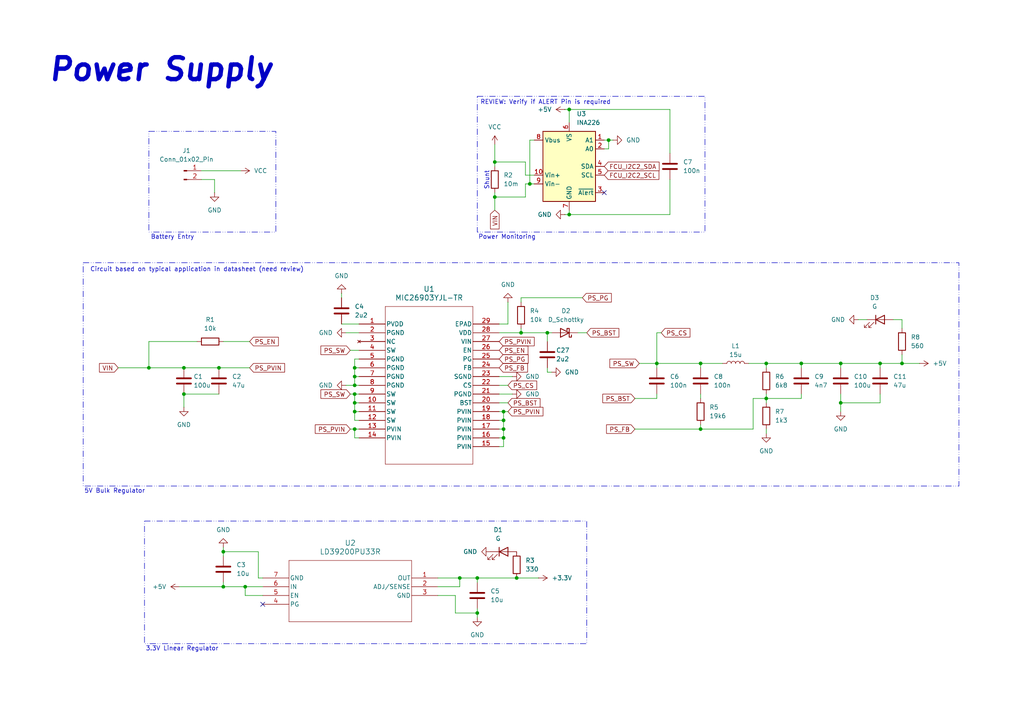
<source format=kicad_sch>
(kicad_sch (version 20250114) (generator "eeschema") (generator_version "9.0")
  (paper "A4")
  (title_block (title "Power Supply") (rev "0.1.2") (company "Breno Soares Alves"))
  (lib_symbols
    (symbol "Aircraft_Components:LD39200PU33R" (pin_names (offset 0.254))
      (property "Reference" "U" (at 25.4 10.16 0))
      (property "Value" "LD39200PU33R" (at 25.4 7.62 0))
      (symbol "LD39200PU33R_0_1"
        (polyline (pts (xy 7.62 5.08) (xy 7.62 -12.7)) (stroke (width 0.127)))
        (polyline (pts (xy 7.62 -12.7) (xy 43.18 -12.7)) (stroke (width 0.127)))
        (polyline (pts (xy 43.18 5.08) (xy 7.62 5.08)) (stroke (width 0.127)))
        (polyline (pts (xy 43.18 -12.7) (xy 43.18 5.08)) (stroke (width 0.127)))
        (pin output line (at 0 0 0) (length 7.62) (name "OUT") (number "1"))
        (pin unspecified line (at 0 -2.54 0) (length 7.62) (name "ADJ/SENSE") (number "2"))
        (pin power_out line (at 0 -5.08 0) (length 7.62) (name "GND") (number "3"))
        (pin power_out line (at 50.8 0 180) (length 7.62) (name "GND") (number "7"))
        (pin power_in line (at 50.8 -2.54 180) (length 7.62) (name "IN") (number "6"))
        (pin unspecified line (at 50.8 -5.08 180) (length 7.62) (name "EN") (number "5"))
        (pin unspecified line (at 50.8 -7.62 180) (length 7.62) (name "PG") (number "4"))
      )
    )
    (symbol "Aircraft_Components:MIC26903YJL-TR" (pin_names (offset 0.254))
      (property "Reference" "U" (at 20.32 10.16 0))
      (property "Value" "MIC26903YJL-TR" (at 20.32 7.62 0))
      (symbol "MIC26903YJL-TR_0_1"
        (polyline (pts (xy 7.62 5.08) (xy 7.62 -40.64)) (stroke (width 0.127)))
        (polyline (pts (xy 7.62 -40.64) (xy 33.02 -40.64)) (stroke (width 0.127)))
        (polyline (pts (xy 33.02 5.08) (xy 7.62 5.08)) (stroke (width 0.127)))
        (polyline (pts (xy 33.02 -40.64) (xy 33.02 5.08)) (stroke (width 0.127)))
        (pin power_in line (at 0 0 0) (length 7.62) (name "PVDD") (number "1"))
        (pin power_in line (at 0 -2.54 0) (length 7.62) (name "PGND") (number "2"))
        (pin no_connect line (at 0 -5.08 0) (length 7.62) (name "NC") (number "3"))
        (pin output line (at 0 -7.62 0) (length 7.62) (name "SW") (number "4"))
        (pin power_in line (at 0 -10.16 0) (length 7.62) (name "PGND") (number "5"))
        (pin power_in line (at 0 -12.7 0) (length 7.62) (name "PGND") (number "6"))
        (pin power_in line (at 0 -15.24 0) (length 7.62) (name "PGND") (number "7"))
        (pin power_in line (at 0 -17.78 0) (length 7.62) (name "PGND") (number "8"))
        (pin output line (at 0 -20.32 0) (length 7.62) (name "SW") (number "9"))
        (pin output line (at 0 -22.86 0) (length 7.62) (name "SW") (number "10"))
        (pin output line (at 0 -25.4 0) (length 7.62) (name "SW") (number "11"))
        (pin output line (at 0 -27.94 0) (length 7.62) (name "SW") (number "12"))
        (pin input line (at 0 -30.48 0) (length 7.62) (name "PVIN") (number "13"))
        (pin input line (at 0 -33.02 0) (length 7.62) (name "PVIN") (number "14"))
        (pin unspecified line (at 40.64 0 180) (length 7.62) (name "EPAD") (number "29"))
        (pin power_in line (at 40.64 -2.54 180) (length 7.62) (name "VDD") (number "28"))
        (pin input line (at 40.64 -5.08 180) (length 7.62) (name "VIN") (number "27"))
        (pin input line (at 40.64 -7.62 180) (length 7.62) (name "EN") (number "26"))
        (pin output line (at 40.64 -10.16 180) (length 7.62) (name "PG") (number "25"))
        (pin input line (at 40.64 -12.7 180) (length 7.62) (name "FB") (number "24"))
        (pin power_in line (at 40.64 -15.24 180) (length 7.62) (name "SGND") (number "23"))
        (pin input line (at 40.64 -17.78 180) (length 7.62) (name "CS") (number "22"))
        (pin power_in line (at 40.64 -20.32 180) (length 7.62) (name "PGND") (number "21"))
        (pin output line (at 40.64 -22.86 180) (length 7.62) (name "BST") (number "20"))
        (pin input line (at 40.64 -25.4 180) (length 7.62) (name "PVIN") (number "19"))
        (pin input line (at 40.64 -27.94 180) (length 7.62) (name "PVIN") (number "18"))
        (pin input line (at 40.64 -30.48 180) (length 7.62) (name "PVIN") (number "17"))
        (pin input line (at 40.64 -33.02 180) (length 7.62) (name "PVIN") (number "16"))
        (pin input line (at 40.64 -35.56 180) (length 7.62) (name "PVIN") (number "15"))
      )
    )
    (symbol "Connector:Conn_01x02_Pin" (pin_names (offset 1.016) (hide yes))
      (property "Reference" "J" (at 0 2.54 0))
      (property "Value" "Conn_01x02_Pin" (at 0 -5.08 0))
      (symbol "Conn_01x02_Pin_1_1"
        (rectangle (start 0.8636 0.127) (end 0 -0.127) (stroke (width 0.1524)) (fill (type outline)))
        (rectangle (start 0.8636 -2.413) (end 0 -2.667) (stroke (width 0.1524)) (fill (type outline)))
        (polyline (pts (xy 1.27 0) (xy 0.8636 0)) (stroke (width 0.1524)))
        (polyline (pts (xy 1.27 -2.54) (xy 0.8636 -2.54)) (stroke (width 0.1524)))
        (pin passive line (at 5.08 0 180) (length 3.81) (name "Pin_1") (number "1"))
        (pin passive line (at 5.08 -2.54 180) (length 3.81) (name "Pin_2") (number "2"))
      )
    )
    (symbol "Device:C" (pin_numbers (hide yes)) (pin_names (offset 0.254))
      (property "Reference" "C" (at 0.635 2.54 0))
      (property "Value" "C" (at 0.635 -2.54 0))
      (symbol "C_0_1"
        (polyline (pts (xy -2.032 0.762) (xy 2.032 0.762)) (stroke (width 0.508)))
        (polyline (pts (xy -2.032 -0.762) (xy 2.032 -0.762)) (stroke (width 0.508)))
      )
      (symbol "C_1_1"
        (pin passive line (at 0 3.81 270) (length 2.794) (name "~") (number "1"))
        (pin passive line (at 0 -3.81 90) (length 2.794) (name "~") (number "2"))
      )
    )
    (symbol "Device:D_Schottky" (pin_numbers (hide yes)) (pin_names (offset 1.016) (hide yes))
      (property "Reference" "D" (at 0 2.54 0))
      (property "Value" "D_Schottky" (at 0 -2.54 0))
      (symbol "D_Schottky_0_1"
        (polyline (pts (xy -1.905 0.635) (xy -1.905 1.27) (xy -1.27 1.27) (xy -1.27 -1.27) (xy -0.635 -1.27) (xy -0.635 -0.635)) (stroke (width 0.254)))
        (polyline (pts (xy 1.27 1.27) (xy 1.27 -1.27) (xy -1.27 0) (xy 1.27 1.27)) (stroke (width 0.254)))
        (polyline (pts (xy 1.27 0) (xy -1.27 0)))
      )
      (symbol "D_Schottky_1_1"
        (pin passive line (at -3.81 0 0) (length 2.54) (name "K") (number "1"))
        (pin passive line (at 3.81 0 180) (length 2.54) (name "A") (number "2"))
      )
    )
    (symbol "Device:L" (pin_numbers (hide yes)) (pin_names (offset 1.016) (hide yes))
      (property "Reference" "L" (at -1.27 0 90))
      (property "Value" "L" (at 1.905 0 90))
      (symbol "L_0_1"
        (arc (start 0 2.54) (mid 0.6323 1.905) (end 0 1.27))
        (arc (start 0 1.27) (mid 0.6323 0.635) (end 0 0))
        (arc (start 0 0) (mid 0.6323 -0.635) (end 0 -1.27))
        (arc (start 0 -1.27) (mid 0.6323 -1.905) (end 0 -2.54))
      )
      (symbol "L_1_1"
        (pin passive line (at 0 3.81 270) (length 1.27) (name "1") (number "1"))
        (pin passive line (at 0 -3.81 90) (length 1.27) (name "2") (number "2"))
      )
    )
    (symbol "Device:LED" (pin_numbers (hide yes)) (pin_names (offset 1.016) (hide yes))
      (property "Reference" "D" (at 0 2.54 0))
      (property "Value" "LED" (at 0 -2.54 0))
      (symbol "LED_0_1"
        (polyline (pts (xy -3.048 -0.762) (xy -4.572 -2.286) (xy -3.81 -2.286) (xy -4.572 -2.286) (xy -4.572 -1.524)))
        (polyline (pts (xy -1.778 -0.762) (xy -3.302 -2.286) (xy -2.54 -2.286) (xy -3.302 -2.286) (xy -3.302 -1.524)))
        (polyline (pts (xy -1.27 0) (xy 1.27 0)))
        (polyline (pts (xy -1.27 -1.27) (xy -1.27 1.27)) (stroke (width 0.254)))
        (polyline (pts (xy 1.27 -1.27) (xy 1.27 1.27) (xy -1.27 0) (xy 1.27 -1.27)) (stroke (width 0.254)))
      )
      (symbol "LED_1_1"
        (pin passive line (at -3.81 0 0) (length 2.54) (name "K") (number "1"))
        (pin passive line (at 3.81 0 180) (length 2.54) (name "A") (number "2"))
      )
    )
    (symbol "Device:R" (pin_numbers (hide yes)) (pin_names (offset 0))
      (property "Reference" "R" (at 2.032 0 90))
      (property "Value" "R" (at 0 0 90))
      (symbol "R_0_1"
        (rectangle (start -1.016 -2.54) (end 1.016 2.54) (stroke (width 0.254)))
      )
      (symbol "R_1_1"
        (pin passive line (at 0 3.81 270) (length 1.27) (name "~") (number "1"))
        (pin passive line (at 0 -3.81 90) (length 1.27) (name "~") (number "2"))
      )
    )
    (symbol "Sensor_Energy:INA226"
      (property "Reference" "U" (at -6.35 11.43 0))
      (property "Value" "INA226" (at 3.81 11.43 0))
      (symbol "INA226_0_1"
        (rectangle (start 7.62 10.16) (end -7.62 -10.16) (stroke (width 0.254)) (fill (type background)))
      )
      (symbol "INA226_1_1"
        (pin input line (at -10.16 7.62 0) (length 2.54) (name "Vbus") (number "8"))
        (pin input line (at -10.16 -2.54 0) (length 2.54) (name "Vin+") (number "10"))
        (pin input line (at -10.16 -5.08 0) (length 2.54) (name "Vin-") (number "9"))
        (pin power_in line (at 0 12.7 270) (length 2.54) (name "VS") (number "6"))
        (pin power_in line (at 0 -12.7 90) (length 2.54) (name "GND") (number "7"))
        (pin input line (at 10.16 7.62 180) (length 2.54) (name "A1") (number "1"))
        (pin input line (at 10.16 5.08 180) (length 2.54) (name "A0") (number "2"))
        (pin bidirectional line (at 10.16 0 180) (length 2.54) (name "SDA") (number "4"))
        (pin input line (at 10.16 -2.54 180) (length 2.54) (name "SCL") (number "5"))
        (pin open_collector line (at 10.16 -7.62 180) (length 2.54) (name "~{Alert}") (number "3"))
      )
    )
    (symbol "power:+3.3V" (power) (pin_numbers (hide yes)) (pin_names (offset 0) (hide yes))
      (property "Value" "+3.3V" (at 0 3.556 0))
      (symbol "+3.3V_0_1"
        (polyline (pts (xy -0.762 1.27) (xy 0 2.54)))
        (polyline (pts (xy 0 2.54) (xy 0.762 1.27)))
        (polyline (pts (xy 0 0) (xy 0 2.54)))
      )
      (symbol "+3.3V_1_1"
        (pin power_in line (at 0 0 90) (length 0) (name "~") (number "1"))
      )
    )
    (symbol "power:+5V" (power) (pin_numbers (hide yes)) (pin_names (offset 0) (hide yes))
      (property "Value" "+5V" (at 0 3.556 0))
      (symbol "+5V_0_1"
        (polyline (pts (xy -0.762 1.27) (xy 0 2.54)))
        (polyline (pts (xy 0 2.54) (xy 0.762 1.27)))
        (polyline (pts (xy 0 0) (xy 0 2.54)))
      )
      (symbol "+5V_1_1"
        (pin power_in line (at 0 0 90) (length 0) (name "~") (number "1"))
      )
    )
    (symbol "power:GND" (power) (pin_numbers (hide yes)) (pin_names (offset 0) (hide yes))
      (property "Value" "GND" (at 0 -3.81 0))
      (symbol "GND_0_1"
        (polyline (pts (xy 0 0) (xy 0 -1.27) (xy 1.27 -1.27) (xy 0 -2.54) (xy -1.27 -1.27) (xy 0 -1.27)))
      )
      (symbol "GND_1_1"
        (pin power_in line (at 0 0 270) (length 0) (name "~") (number "1"))
      )
    )
    (symbol "power:VCC" (power) (pin_numbers (hide yes)) (pin_names (offset 0) (hide yes))
      (property "Value" "VCC" (at 0 3.556 0))
      (symbol "VCC_0_1"
        (polyline (pts (xy -0.762 1.27) (xy 0 2.54)))
        (polyline (pts (xy 0 2.54) (xy 0.762 1.27)))
        (polyline (pts (xy 0 0) (xy 0 2.54)))
      )
      (symbol "VCC_1_1"
        (pin power_in line (at 0 0 90) (length 0) (name "~") (number "1"))
      )
    )
  )
  (rectangle (start 24.13 76.2) (end 278.13 140.97) (stroke (width 0) (type dash_dot_dot)))
  (rectangle (start 138.43 27.94) (end 204.47 67.31) (stroke (width 0) (type dash_dot_dot)))
  (rectangle (start 43.18 38.1) (end 80.01 67.31) (stroke (width 0) (type dash_dot_dot)))
  (rectangle (start 41.91 151.13) (end 170.18 186.69) (stroke (width 0) (type dash_dot_dot)))
  (text "Power Supply" (at 46.736 20.32 0) (effects (font (size 6.35 6.35) (thickness 1.27) (bold yes) (italic yes))))
  (text "Shunt" (at 141.224 52.324 90) (effects (font (size 1.27 1.27))))
  (text "5V Bulk Regulator" (at 33.274 142.494 0) (effects (font (size 1.27 1.27))))
  (text "REVIEW: Verify if ALERT Pin is required" (at 158.242 29.718 0) (effects (font (size 1.27 1.27))))
  (text "Circuit based on typical application in datasheet (need review)" (at 57.15 78.232 0) (effects (font (size 1.27 1.27))))
  (text "Battery Entry" (at 50.038 68.834 0) (effects (font (size 1.27 1.27))))
  (text "3.3V Linear Regulator" (at 52.832 188.214 0) (effects (font (size 1.27 1.27))))
  (text "Power Monitoring" (at 147.066 68.834 0) (effects (font (size 1.27 1.27))))
  (junction (at 151.13 96.52))
  (junction (at 53.34 114.3))
  (junction (at 222.25 115.57))
  (junction (at 243.84 105.41))
  (junction (at 64.77 170.18))
  (junction (at 165.1 31.75))
  (junction (at 203.2 105.41))
  (junction (at 222.25 105.41))
  (junction (at 146.05 127))
  (junction (at 146.05 121.92))
  (junction (at 53.34 106.68))
  (junction (at 153.67 53.34))
  (junction (at 102.87 114.3))
  (junction (at 102.87 119.38))
  (junction (at 63.5 106.68))
  (junction (at 64.77 160.02))
  (junction (at 158.75 96.52))
  (junction (at 43.18 106.68))
  (junction (at 102.87 109.22))
  (junction (at 261.62 105.41))
  (junction (at 138.43 177.8))
  (junction (at 133.35 167.64))
  (junction (at 146.05 119.38))
  (junction (at 190.5 105.41))
  (junction (at 165.1 62.23))
  (junction (at 102.87 124.46))
  (junction (at 143.51 57.15))
  (junction (at 243.84 116.84))
  (junction (at 102.87 111.76))
  (junction (at 102.87 116.84))
  (junction (at 176.53 40.64))
  (junction (at 149.86 167.64))
  (junction (at 71.12 170.18))
  (junction (at 232.41 105.41))
  (junction (at 203.2 124.46))
  (junction (at 255.27 105.41))
  (junction (at 146.05 124.46))
  (junction (at 102.87 106.68))
  (junction (at 138.43 167.64))
  (junction (at 143.51 46.99))
  (no_connect (at 175.26 55.88))
  (no_connect (at 76.2 175.26))
  (wire (pts (xy 151.13 86.36) (xy 168.91 86.36)))
  (wire (pts (xy 176.53 40.64) (xy 177.8 40.64)))
  (wire (pts (xy 127 170.18) (xy 133.35 170.18)))
  (wire (pts (xy 102.87 104.14) (xy 104.14 104.14)))
  (wire (pts (xy 184.15 124.46) (xy 203.2 124.46)))
  (wire (pts (xy 102.87 111.76) (xy 104.14 111.76)))
  (wire (pts (xy 243.84 116.84) (xy 255.27 116.84)))
  (wire (pts (xy 147.32 119.38) (xy 146.05 119.38)))
  (wire (pts (xy 64.77 99.06) (xy 72.39 99.06)))
  (wire (pts (xy 175.26 40.64) (xy 176.53 40.64)))
  (wire (pts (xy 151.13 95.25) (xy 151.13 96.52)))
  (wire (pts (xy 102.87 109.22) (xy 104.14 109.22)))
  (wire (pts (xy 74.93 167.64) (xy 74.93 160.02)))
  (wire (pts (xy 102.87 109.22) (xy 102.87 106.68)))
  (wire (pts (xy 255.27 105.41) (xy 255.27 106.68)))
  (wire (pts (xy 243.84 114.3) (xy 243.84 116.84)))
  (wire (pts (xy 63.5 106.68) (xy 72.39 106.68)))
  (wire (pts (xy 190.5 115.57) (xy 190.5 114.3)))
  (wire (pts (xy 64.77 158.75) (xy 64.77 160.02)))
  (wire (pts (xy 232.41 105.41) (xy 232.41 106.68)))
  (wire (pts (xy 102.87 106.68) (xy 102.87 104.14)))
  (wire (pts (xy 64.77 168.91) (xy 64.77 170.18)))
  (wire (pts (xy 160.02 107.95) (xy 158.75 107.95)))
  (wire (pts (xy 102.87 127) (xy 104.14 127)))
  (wire (pts (xy 101.6 124.46) (xy 102.87 124.46)))
  (wire (pts (xy 144.78 124.46) (xy 146.05 124.46)))
  (wire (pts (xy 76.2 167.64) (xy 74.93 167.64)))
  (wire (pts (xy 138.43 177.8) (xy 138.43 179.07)))
  (wire (pts (xy 163.83 31.75) (xy 165.1 31.75)))
  (wire (pts (xy 53.34 106.68) (xy 43.18 106.68)))
  (wire (pts (xy 53.34 114.3) (xy 53.34 118.11)))
  (wire (pts (xy 222.25 115.57) (xy 222.25 114.3)))
  (wire (pts (xy 261.62 102.87) (xy 261.62 105.41)))
  (wire (pts (xy 146.05 119.38) (xy 144.78 119.38)))
  (wire (pts (xy 176.53 43.18) (xy 175.26 43.18)))
  (wire (pts (xy 203.2 105.41) (xy 209.55 105.41)))
  (wire (pts (xy 194.31 44.45) (xy 194.31 31.75)))
  (wire (pts (xy 127 167.64) (xy 133.35 167.64)))
  (wire (pts (xy 138.43 177.8) (xy 138.43 176.53)))
  (wire (pts (xy 165.1 60.96) (xy 165.1 62.23)))
  (wire (pts (xy 143.51 57.15) (xy 152.4 57.15)))
  (wire (pts (xy 218.44 115.57) (xy 222.25 115.57)))
  (wire (pts (xy 102.87 106.68) (xy 104.14 106.68)))
  (wire (pts (xy 203.2 124.46) (xy 203.2 123.19)))
  (wire (pts (xy 165.1 62.23) (xy 194.31 62.23)))
  (wire (pts (xy 261.62 105.41) (xy 266.7 105.41)))
  (wire (pts (xy 165.1 31.75) (xy 165.1 35.56)))
  (wire (pts (xy 138.43 167.64) (xy 138.43 168.91)))
  (wire (pts (xy 64.77 170.18) (xy 71.12 170.18)))
  (wire (pts (xy 158.75 107.95) (xy 158.75 106.68)))
  (wire (pts (xy 146.05 124.46) (xy 146.05 121.92)))
  (wire (pts (xy 132.08 172.72) (xy 132.08 177.8)))
  (wire (pts (xy 143.51 46.99) (xy 152.4 46.99)))
  (wire (pts (xy 34.29 106.68) (xy 43.18 106.68)))
  (wire (pts (xy 53.34 114.3) (xy 63.5 114.3)))
  (wire (pts (xy 203.2 105.41) (xy 203.2 106.68)))
  (wire (pts (xy 261.62 92.71) (xy 261.62 95.25)))
  (wire (pts (xy 144.78 93.98) (xy 147.32 93.98)))
  (wire (pts (xy 62.23 52.07) (xy 62.23 55.88)))
  (wire (pts (xy 102.87 119.38) (xy 104.14 119.38)))
  (wire (pts (xy 255.27 105.41) (xy 261.62 105.41)))
  (wire (pts (xy 64.77 160.02) (xy 64.77 161.29)))
  (wire (pts (xy 176.53 40.64) (xy 176.53 43.18)))
  (wire (pts (xy 143.51 55.88) (xy 143.51 57.15)))
  (wire (pts (xy 222.25 105.41) (xy 222.25 106.68)))
  (wire (pts (xy 222.25 124.46) (xy 222.25 125.73)))
  (wire (pts (xy 138.43 167.64) (xy 149.86 167.64)))
  (wire (pts (xy 102.87 116.84) (xy 104.14 116.84)))
  (wire (pts (xy 243.84 116.84) (xy 243.84 119.38)))
  (wire (pts (xy 74.93 160.02) (xy 64.77 160.02)))
  (wire (pts (xy 194.31 31.75) (xy 165.1 31.75)))
  (wire (pts (xy 158.75 99.06) (xy 158.75 96.52)))
  (wire (pts (xy 163.83 62.23) (xy 165.1 62.23)))
  (wire (pts (xy 255.27 116.84) (xy 255.27 114.3)))
  (wire (pts (xy 248.92 92.71) (xy 251.46 92.71)))
  (wire (pts (xy 101.6 101.6) (xy 104.14 101.6)))
  (wire (pts (xy 144.78 96.52) (xy 151.13 96.52)))
  (wire (pts (xy 222.25 115.57) (xy 222.25 116.84)))
  (wire (pts (xy 104.14 121.92) (xy 102.87 121.92)))
  (wire (pts (xy 146.05 121.92) (xy 146.05 119.38)))
  (wire (pts (xy 52.07 170.18) (xy 64.77 170.18)))
  (wire (pts (xy 190.5 105.41) (xy 190.5 106.68)))
  (wire (pts (xy 232.41 115.57) (xy 232.41 114.3)))
  (wire (pts (xy 99.06 85.09) (xy 99.06 86.36)))
  (wire (pts (xy 102.87 119.38) (xy 102.87 116.84)))
  (wire (pts (xy 185.42 105.41) (xy 190.5 105.41)))
  (wire (pts (xy 127 172.72) (xy 132.08 172.72)))
  (wire (pts (xy 190.5 96.52) (xy 191.77 96.52)))
  (wire (pts (xy 147.32 116.84) (xy 144.78 116.84)))
  (wire (pts (xy 152.4 57.15) (xy 152.4 53.34)))
  (wire (pts (xy 222.25 115.57) (xy 232.41 115.57)))
  (wire (pts (xy 217.17 105.41) (xy 222.25 105.41)))
  (wire (pts (xy 144.78 121.92) (xy 146.05 121.92)))
  (wire (pts (xy 184.15 115.57) (xy 190.5 115.57)))
  (wire (pts (xy 151.13 87.63) (xy 151.13 86.36)))
  (wire (pts (xy 218.44 124.46) (xy 218.44 115.57)))
  (wire (pts (xy 149.86 167.64) (xy 156.21 167.64)))
  (wire (pts (xy 102.87 121.92) (xy 102.87 119.38)))
  (wire (pts (xy 259.08 92.71) (xy 261.62 92.71)))
  (wire (pts (xy 222.25 105.41) (xy 232.41 105.41)))
  (wire (pts (xy 43.18 99.06) (xy 57.15 99.06)))
  (wire (pts (xy 158.75 96.52) (xy 160.02 96.52)))
  (wire (pts (xy 147.32 93.98) (xy 147.32 87.63)))
  (wire (pts (xy 152.4 53.34) (xy 153.67 53.34)))
  (wire (pts (xy 53.34 106.68) (xy 63.5 106.68)))
  (wire (pts (xy 232.41 105.41) (xy 243.84 105.41)))
  (wire (pts (xy 102.87 111.76) (xy 102.87 109.22)))
  (wire (pts (xy 153.67 53.34) (xy 154.94 53.34)))
  (wire (pts (xy 243.84 105.41) (xy 255.27 105.41)))
  (wire (pts (xy 99.06 93.98) (xy 104.14 93.98)))
  (wire (pts (xy 76.2 172.72) (xy 71.12 172.72)))
  (wire (pts (xy 133.35 170.18) (xy 133.35 167.64)))
  (wire (pts (xy 190.5 105.41) (xy 190.5 96.52)))
  (wire (pts (xy 144.78 127) (xy 146.05 127)))
  (wire (pts (xy 71.12 172.72) (xy 71.12 170.18)))
  (wire (pts (xy 143.51 41.91) (xy 143.51 46.99)))
  (wire (pts (xy 102.87 124.46) (xy 102.87 127)))
  (wire (pts (xy 102.87 116.84) (xy 102.87 114.3)))
  (wire (pts (xy 132.08 177.8) (xy 138.43 177.8)))
  (wire (pts (xy 147.32 111.76) (xy 144.78 111.76)))
  (wire (pts (xy 203.2 124.46) (xy 218.44 124.46)))
  (wire (pts (xy 146.05 129.54) (xy 146.05 127)))
  (wire (pts (xy 190.5 105.41) (xy 203.2 105.41)))
  (wire (pts (xy 144.78 129.54) (xy 146.05 129.54)))
  (wire (pts (xy 100.33 96.52) (xy 104.14 96.52)))
  (wire (pts (xy 194.31 62.23) (xy 194.31 52.07)))
  (wire (pts (xy 102.87 124.46) (xy 104.14 124.46)))
  (wire (pts (xy 100.33 111.76) (xy 102.87 111.76)))
  (wire (pts (xy 71.12 170.18) (xy 76.2 170.18)))
  (wire (pts (xy 143.51 46.99) (xy 143.51 48.26)))
  (wire (pts (xy 102.87 114.3) (xy 104.14 114.3)))
  (wire (pts (xy 153.67 40.64) (xy 154.94 40.64)))
  (wire (pts (xy 144.78 109.22) (xy 148.59 109.22)))
  (wire (pts (xy 133.35 167.64) (xy 138.43 167.64)))
  (wire (pts (xy 152.4 50.8) (xy 154.94 50.8)))
  (wire (pts (xy 167.64 96.52) (xy 170.18 96.52)))
  (wire (pts (xy 101.6 114.3) (xy 102.87 114.3)))
  (wire (pts (xy 146.05 127) (xy 146.05 124.46)))
  (wire (pts (xy 43.18 106.68) (xy 43.18 99.06)))
  (wire (pts (xy 203.2 114.3) (xy 203.2 115.57)))
  (wire (pts (xy 58.42 49.53) (xy 69.85 49.53)))
  (wire (pts (xy 151.13 96.52) (xy 158.75 96.52)))
  (wire (pts (xy 58.42 52.07) (xy 62.23 52.07)))
  (wire (pts (xy 152.4 46.99) (xy 152.4 50.8)))
  (wire (pts (xy 243.84 105.41) (xy 243.84 106.68)))
  (wire (pts (xy 153.67 53.34) (xy 153.67 40.64)))
  (wire (pts (xy 143.51 57.15) (xy 143.51 60.96)))
  (wire (pts (xy 144.78 114.3) (xy 148.59 114.3)))
  (global_label "PS_PVIN" (shape input) (at 101.6 124.46 180) (property "Intersheetrefs" "${INTERSHEET_REFS}" (effects (hide yes))))
  (global_label "FCU_I2C2_SDA" (shape input) (at 175.26 48.26 0) (property "Intersheetrefs" "${INTERSHEET_REFS}" (effects (hide yes))))
  (global_label "PS_BST" (shape input) (at 147.32 116.84 0) (property "Intersheetrefs" "${INTERSHEET_REFS}" (effects (hide yes))))
  (global_label "PS_CS" (shape input) (at 191.77 96.52 0) (property "Intersheetrefs" "${INTERSHEET_REFS}" (effects (hide yes))))
  (global_label "PS_EN" (shape input) (at 144.78 101.6 0) (property "Intersheetrefs" "${INTERSHEET_REFS}" (effects (hide yes))))
  (global_label "VIN" (shape input) (at 34.29 106.68 180) (property "Intersheetrefs" "${INTERSHEET_REFS}" (effects (hide yes))))
  (global_label "PS_PVIN" (shape input) (at 147.32 119.38 0) (property "Intersheetrefs" "${INTERSHEET_REFS}" (effects (hide yes))))
  (global_label "VIN" (shape input) (at 143.51 60.96 270) (property "Intersheetrefs" "${INTERSHEET_REFS}" (effects (hide yes))))
  (global_label "PS_BST" (shape input) (at 184.15 115.57 180) (property "Intersheetrefs" "${INTERSHEET_REFS}" (effects (hide yes))))
  (global_label "PS_SW" (shape input) (at 185.42 105.41 180) (property "Intersheetrefs" "${INTERSHEET_REFS}" (effects (hide yes))))
  (global_label "PS_CS" (shape input) (at 147.32 111.76 0) (property "Intersheetrefs" "${INTERSHEET_REFS}" (effects (hide yes))))
  (global_label "PS_SW" (shape input) (at 101.6 114.3 180) (property "Intersheetrefs" "${INTERSHEET_REFS}" (effects (hide yes))))
  (global_label "PS_PVIN" (shape input) (at 72.39 106.68 0) (property "Intersheetrefs" "${INTERSHEET_REFS}" (effects (hide yes))))
  (global_label "PS_BST" (shape input) (at 170.18 96.52 0) (property "Intersheetrefs" "${INTERSHEET_REFS}" (effects (hide yes))))
  (global_label "PS_PG" (shape input) (at 144.78 104.14 0) (property "Intersheetrefs" "${INTERSHEET_REFS}" (effects (hide yes))))
  (global_label "PS_SW" (shape input) (at 101.6 101.6 180) (property "Intersheetrefs" "${INTERSHEET_REFS}" (effects (hide yes))))
  (global_label "PS_EN" (shape input) (at 72.39 99.06 0) (property "Intersheetrefs" "${INTERSHEET_REFS}" (effects (hide yes))))
  (global_label "PS_PVIN" (shape input) (at 144.78 99.06 0) (property "Intersheetrefs" "${INTERSHEET_REFS}" (effects (hide yes))))
  (global_label "PS_PG" (shape input) (at 168.91 86.36 0) (property "Intersheetrefs" "${INTERSHEET_REFS}" (effects (hide yes))))
  (global_label "FCU_I2C2_SCL" (shape input) (at 175.26 50.8 0) (property "Intersheetrefs" "${INTERSHEET_REFS}" (effects (hide yes))))
  (global_label "PS_FB" (shape input) (at 144.78 106.68 0) (property "Intersheetrefs" "${INTERSHEET_REFS}" (effects (hide yes))))
  (global_label "PS_FB" (shape input) (at 184.15 124.46 180) (property "Intersheetrefs" "${INTERSHEET_REFS}" (effects (hide yes))))
  (symbol (lib_id "power:GND") (at 222.25 125.73 0) (unit 1)
    (property "Reference" "#PWR019" (effects (hide yes)))
    (property "Value" "GND" (at 222.25 130.81 0))
    (property "Description" "Power symbol creates a global label with name \"GND\" , ground" (effects (hide yes)))
  )
  (symbol (lib_id "power:VCC") (at 143.51 41.91 0) (unit 1)
    (property "Reference" "#PWR011" (effects (hide yes)))
    (property "Value" "VCC" (at 143.51 36.83 0))
    (property "Description" "Power symbol creates a global label with name \"VCC\"" (effects (hide yes)))
  )
  (symbol (lib_id "power:GND") (at 53.34 118.11 0) (unit 1)
    (property "Reference" "#PWR01" (effects (hide yes)))
    (property "Value" "GND" (at 53.34 123.19 0))
    (property "Description" "Power symbol creates a global label with name \"GND\" , ground" (effects (hide yes)))
  )
  (symbol (lib_id "power:GND") (at 142.24 160.02 270) (unit 1)
    (property "Reference" "#PWR010" (effects (hide yes)))
    (property "Value" "GND" (at 138.43 160.0199 90) (effects (justify right)))
    (property "Description" "Power symbol creates a global label with name \"GND\" , ground" (effects (hide yes)))
  )
  (symbol (lib_id "Device:C") (at 158.75 102.87 0) (unit 1)
    (property "Reference" "C27" (at 161.29 101.6 0) (effects (justify left)))
    (property "Value" "2u2" (at 161.29 104.14 0) (effects (justify left)))
    (property "Footprint" "Capacitor_SMD:C_0805_2012Metric_Pad1.18x1.45mm_HandSolder" (effects (hide yes)))
    (property "Description" "Ceramic capacitor, 2.2 µF, 50 V, X7R" (effects (hide yes)))
    (property "Digikey_Link" "https://www.digikey.com.br/pt/products/detail/kyocera-avx/08053C225KAT2A/2136279" (effects (hide yes)))
    (property "MPN" "08053C225KAT2A" (effects (hide yes)))
  )
  (symbol (lib_id "Device:C") (at 99.06 90.17 0) (unit 1)
    (property "Reference" "C4" (at 102.87 88.8999 0) (effects (justify left)))
    (property "Value" "2u2" (at 102.87 91.4399 0) (effects (justify left)))
    (property "Footprint" "Capacitor_SMD:C_0805_2012Metric_Pad1.18x1.45mm_HandSolder" (effects (hide yes)))
    (property "Description" "Ceramic capacitor, 2.2 µF, 50 V, X7R" (effects (hide yes)))
    (property "Digikey_Link" "https://www.digikey.com.br/pt/products/detail/kyocera-avx/08053C225KAT2A/2136279" (effects (hide yes)))
    (property "MPN" "08053C225KAT2A" (effects (hide yes)))
  )
  (symbol (lib_id "power:VCC") (at 69.85 49.53 270) (unit 1)
    (property "Reference" "#PWR05" (effects (hide yes)))
    (property "Value" "VCC" (at 73.66 49.5299 90) (effects (justify left)))
    (property "Description" "Power symbol creates a global label with name \"VCC\"" (effects (hide yes)))
  )
  (symbol (lib_id "Device:R") (at 222.25 110.49 0) (unit 1)
    (property "Reference" "R6" (at 224.79 109.2199 0) (effects (justify left)))
    (property "Value" "6k8" (at 224.79 111.7599 0) (effects (justify left)))
    (property "Footprint" "Resistor_SMD:R_0603_1608Metric_Pad0.98x0.95mm_HandSolder" (effects (hide yes)))
    (property "Description" "Resistor, 6.8 kΩ, 5 %" (effects (hide yes)))
    (property "Digikey_Link" "https://www.digikey.com.br/pt/products/detail/yageo/RC0603JR-076K8L/726813" (effects (hide yes)))
    (property "MPN" "RC0603JR-076K8L" (effects (hide yes)))
  )
  (symbol (lib_id "Connector:Conn_01x02_Pin") (at 53.34 49.53 0) (unit 1)
    (property "Reference" "J1" (at 54.102 43.688 0))
    (property "Value" "Conn_01x02_Pin" (at 54.102 46.228 0))
    (property "Footprint" "Connector_AMASS:AMASS_XT60-M_1x02_P7.20mm_Vertical" (effects (hide yes)))
    (property "Description" "T-Deans female connector" (effects (hide yes)))
    (property "Digikey_Link" "https://www.digikey.com/en/products/detail/sparkfun-electronics/11864/6818769?msockid=39073b2f1ae86ea81d942d8a1b146f9a" (effects (hide yes)))
    (property "MPN" "11864" (effects (hide yes)))
  )
  (symbol (lib_id "Sensor_Energy:INA226") (at 165.1 48.26 0) (unit 1)
    (property "Reference" "U3" (at 167.2433 33.02 0) (effects (justify left)))
    (property "Value" "INA226" (at 167.2433 35.56 0) (effects (justify left)))
    (property "Footprint" "Aircraft_Footprints:DGS10" (effects (hide yes)))
    (property "Datasheet" "http://www.ti.com/lit/ds/symlink/ina226.pdf" (effects (hide yes)))
    (property "Description" "High-Side or Low-Side Measurement, Bi-Directional Current and Power Monitor (0-36V) with I2C Compatible Interface, VSSOP-10" (effects (hide yes)))
    (property "Digikey_Link" "https://www.digikey.com.br/pt/products/detail/texas-instruments/ina226aidgst/2688425" (effects (hide yes)))
    (property "MPN" "INA226AIDGST" (effects (hide yes)))
  )
  (symbol (lib_id "Device:LED") (at 255.27 92.71 0) (unit 1)
    (property "Reference" "D3" (at 253.6825 86.36 0))
    (property "Value" "G" (at 253.6825 88.9 0))
    (property "Footprint" "LED_SMD:LED_0603_1608Metric_Pad1.05x0.95mm_HandSolder" (effects (hide yes)))
    (property "Description" "Green LED, SMD" (effects (hide yes)))
    (property "Sim.Pins" "1=K 2=A" (effects (hide yes)))
    (property "Digikey_Link" "https://www.digikey.com.br/pt/products/detail/liteon/LTST-S270KGKT/386893" (effects (hide yes)))
    (property "MPN" "LTST-S270KGKT" (effects (hide yes)))
  )
  (symbol (lib_id "power:GND") (at 248.92 92.71 270) (unit 1)
    (property "Reference" "#PWR021" (effects (hide yes)))
    (property "Value" "GND" (at 245.11 92.7099 90) (effects (justify right)))
    (property "Description" "Power symbol creates a global label with name \"GND\" , ground" (effects (hide yes)))
  )
  (symbol (lib_id "Device:R") (at 60.96 99.06 90) (unit 1)
    (property "Reference" "R1" (at 60.96 92.71 90))
    (property "Value" "10k" (at 60.96 95.25 90))
    (property "Footprint" "Resistor_SMD:R_0603_1608Metric_Pad0.98x0.95mm_HandSolder" (effects (hide yes)))
    (property "Description" "Resistor, 10 kΩ, 1 %, 0.1 W" (effects (hide yes)))
    (property "Digikey_Link" "https://www.digikey.com.br/pt/products/detail/yageo/RC0603FR-0710KL/726880" (effects (hide yes)))
    (property "MPN" "RC0603FR-0710KL" (effects (hide yes)))
  )
  (symbol (lib_id "Device:C") (at 243.84 110.49 0) (unit 1)
    (property "Reference" "C10" (at 247.65 109.2199 0) (effects (justify left)))
    (property "Value" "100u" (at 247.65 111.7599 0) (effects (justify left)))
    (property "Footprint" "Capacitor_SMD:C_Elec_6.3x7.7" (effects (hide yes)))
    (property "Description" "Aluminum polymer capacitor, 100 µF, 35 V, low ESR (input bulk)" (effects (hide yes)))
    (property "Digikey_Link" "https://www.digikey.com.br/pt/products/detail/kemet/A768EB107M1ELAS036/13420071" (effects (hide yes)))
    (property "MPN" "A768EB107M1ELAS036" (effects (hide yes)))
  )
  (symbol (lib_id "Device:C") (at 138.43 172.72 0) (unit 1)
    (property "Reference" "C5" (at 142.24 171.4499 0) (effects (justify left)))
    (property "Value" "10u" (at 142.24 173.9899 0) (effects (justify left)))
    (property "Footprint" "Capacitor_SMD:C_0805_2012Metric_Pad1.18x1.45mm_HandSolder" (effects (hide yes)))
    (property "Description" "Ceramic capacitor, 10 µF, 25 V, X7R" (effects (hide yes)))
    (property "Digikey_Link" "https://www.digikey.com.br/pt/products/detail/samsung-electro-mechanics/CL21B106KPQNNNE/3887422" (effects (hide yes)))
    (property "MPN" "CL21B106KPQNNNE" (effects (hide yes)))
  )
  (symbol (lib_id "Device:D_Schottky") (at 163.83 96.52 180) (unit 1)
    (property "Reference" "D2" (at 164.1475 90.17 0))
    (property "Value" "D_Schottky" (at 164.1475 92.71 0))
    (property "Footprint" "Diode_SMD:D_SOD-323_HandSoldering" (effects (hide yes)))
    (property "Description" "Schottky diode, 40 V, 350 mA" (effects (hide yes)))
    (property "Digikey_Link" "https://www.digikey.com.br/pt/products/detail/evvo/sd103aws/21407183" (effects (hide yes)))
    (property "MPN" "SD103AWS" (effects (hide yes)))
  )
  (symbol (lib_id "Device:R") (at 222.25 120.65 0) (unit 1)
    (property "Reference" "R7" (at 224.79 119.3799 0) (effects (justify left)))
    (property "Value" "1k3" (at 224.79 121.9199 0) (effects (justify left)))
    (property "Footprint" "Resistor_SMD:R_0603_1608Metric_Pad0.98x0.95mm_HandSolder" (effects (hide yes)))
    (property "Description" "Resistor, 1.3 kΩ, 5 %" (effects (hide yes)))
    (property "Digikey_Link" "https://www.digikey.com.br/pt/products/detail/yageo/RC0603JR-071K3L/726686" (effects (hide yes)))
    (property "MPN" "RC0603JR-071K3L" (effects (hide yes)))
  )
  (symbol (lib_id "power:GND") (at 163.83 62.23 270) (unit 1)
    (property "Reference" "#PWR017" (effects (hide yes)))
    (property "Value" "GND" (at 160.02 62.2299 90) (effects (justify right)))
    (property "Description" "Power symbol creates a global label with name \"GND\" , ground" (effects (hide yes)))
  )
  (symbol (lib_id "Device:R") (at 261.62 99.06 0) (unit 1)
    (property "Reference" "R8" (at 264.16 97.7899 0) (effects (justify left)))
    (property "Value" "560" (at 264.16 100.3299 0) (effects (justify left)))
    (property "Footprint" "Resistor_SMD:R_0603_1608Metric_Pad0.98x0.95mm_HandSolder" (effects (hide yes)))
    (property "Description" "Resistor, 560 Ω, 1 %" (effects (hide yes)))
    (property "Digikey_Link" "https://www.digikey.com.br/pt/products/detail/stackpole-electronics-inc/RMCF0603FT560R/1760872" (effects (hide yes)))
    (property "MPN" "RMCF0603FT560R" (effects (hide yes)))
  )
  (symbol (lib_id "Device:R") (at 151.13 91.44 0) (unit 1)
    (property "Reference" "R4" (at 153.67 90.1699 0) (effects (justify left)))
    (property "Value" "10k" (at 153.67 92.7099 0) (effects (justify left)))
    (property "Footprint" "Resistor_SMD:R_0603_1608Metric_Pad0.98x0.95mm_HandSolder" (effects (hide yes)))
    (property "Description" "Resistor, 10 kΩ, 1 %, 0.1 W" (effects (hide yes)))
    (property "Digikey_Link" "https://www.digikey.com.br/pt/products/detail/yageo/RC0603FR-0710KL/726880" (effects (hide yes)))
    (property "MPN" "RC0603FR-0710KL" (effects (hide yes)))
  )
  (symbol (lib_id "Device:R") (at 143.51 52.07 180) (unit 1)
    (property "Reference" "R2" (at 146.05 50.7999 0) (effects (justify right)))
    (property "Value" "10m" (at 146.05 53.3399 0) (effects (justify right)))
    (property "Footprint" "Resistor_SMD:R_2512_6332Metric_Pad1.40x3.35mm_HandSolder" (effects (hide yes)))
    (property "Description" "Shunt resistor, 10 mΩ, 2 W, current sensing" (effects (hide yes)))
    (property "Digikey_Link" "https://www.digikey.com.br/pt/products/detail/bourns-inc/CRF2512-FZ-R010ELF/6210990" (effects (hide yes)))
    (property "MPN" "CRF2512-FZ-R010ELF" (effects (hide yes)))
  )
  (symbol (lib_id "power:GND") (at 99.06 85.09 180) (unit 1)
    (property "Reference" "#PWR06" (effects (hide yes)))
    (property "Value" "GND" (at 99.06 80.01 0))
    (property "Description" "Power symbol creates a global label with name \"GND\" , ground" (effects (hide yes)))
  )
  (symbol (lib_id "power:GND") (at 138.43 179.07 0) (unit 1)
    (property "Reference" "#PWR09" (effects (hide yes)))
    (property "Value" "GND" (at 138.43 184.15 0))
    (property "Description" "Power symbol creates a global label with name \"GND\" , ground" (effects (hide yes)))
  )
  (symbol (lib_id "power:GND") (at 100.33 111.76 270) (unit 1)
    (property "Reference" "#PWR08" (effects (hide yes)))
    (property "Value" "GND" (at 96.52 111.7599 90) (effects (justify right)))
    (property "Description" "Power symbol creates a global label with name \"GND\" , ground" (effects (hide yes)))
  )
  (symbol (lib_id "Aircraft_Components:MIC26903YJL-TR") (at 104.14 93.98 0) (unit 1)
    (property "Reference" "U1" (at 124.46 83.82 0) (effects (font (size 1.524 1.524))))
    (property "Value" "MIC26903YJL-TR" (at 124.46 86.36 0) (effects (font (size 1.524 1.524))))
    (property "Footprint" "Aircraft_Footprints:MLF28_5X6_MCH" (effects (hide yes)))
    (property "Datasheet" "https://ww1.microchip.com/downloads/en/DeviceDoc/MIC26903.pdf" (effects (hide yes)))
    (property "Description" "Buck regulator, 9 A" (effects (hide yes)))
    (property "Digikey_Link" "https://www.digikey.com.br/pt/products/detail/microchip-technology/mic26903yjl-tr/2747223" (effects (hide yes)))
    (property "MPN" "MIC26903YJL-TR" (effects (hide yes)))
  )
  (symbol (lib_id "Device:R") (at 203.2 119.38 180) (unit 1)
    (property "Reference" "R5" (at 205.74 118.1099 0) (effects (justify right)))
    (property "Value" "19k6" (at 205.74 120.6499 0) (effects (justify right)))
    (property "Footprint" "Resistor_SMD:R_0603_1608Metric_Pad0.98x0.95mm_HandSolder" (effects (hide yes)))
    (property "Description" "Resistor, 19.6 kΩ, 1 %" (effects (hide yes)))
    (property "Digikey_Link" "https://www.digikey.com.br/pt/products/detail/vishay-dale/CRCW060319K6FKEAC/7924247" (effects (hide yes)))
    (property "MPN" "CRCW060319K6FKEAC" (effects (hide yes)))
  )
  (symbol (lib_id "power:+5V") (at 266.7 105.41 270) (unit 1)
    (property "Reference" "#PWR022" (effects (hide yes)))
    (property "Value" "+5V" (at 270.51 105.4099 90) (effects (justify left)))
    (property "Description" "Power symbol creates a global label with name \"+5V\"" (effects (hide yes)))
  )
  (symbol (lib_id "power:GND") (at 243.84 119.38 0) (unit 1)
    (property "Reference" "#PWR020" (effects (hide yes)))
    (property "Value" "GND" (at 243.84 124.46 0))
    (property "Description" "Power symbol creates a global label with name \"GND\" , ground" (effects (hide yes)))
  )
  (symbol (lib_id "Device:C") (at 194.31 48.26 0) (unit 1)
    (property "Reference" "C7" (at 198.12 46.9899 0) (effects (justify left)))
    (property "Value" "100n" (at 198.12 49.5299 0) (effects (justify left)))
    (property "Footprint" "Capacitor_SMD:C_0603_1608Metric_Pad1.08x0.95mm_HandSolder" (effects (hide yes)))
    (property "Description" "Ceramic capacitor, 100 nF, 25 V, X7R" (effects (hide yes)))
    (property "Digikey_Link" "https://www.digikey.com.br/pt/products/detail/kemet/C0603C104K3RACTU/416044" (effects (hide yes)))
    (property "MPN" "C0603C104K3RACTU" (effects (hide yes)))
  )
  (symbol (lib_id "power:GND") (at 160.02 107.95 90) (unit 1)
    (property "Reference" "#PWR0137" (effects (hide yes)))
    (property "Value" "GND" (at 163.83 107.9499 90) (effects (justify right)))
    (property "Description" "Power symbol creates a global label with name \"GND\" , ground" (effects (hide yes)))
  )
  (symbol (lib_id "power:GND") (at 148.59 114.3 90) (unit 1)
    (property "Reference" "#PWR014" (effects (hide yes)))
    (property "Value" "GND" (at 152.4 114.2999 90) (effects (justify right)))
    (property "Description" "Power symbol creates a global label with name \"GND\" , ground" (effects (hide yes)))
  )
  (symbol (lib_id "power:+5V") (at 163.83 31.75 90) (unit 1)
    (property "Reference" "#PWR016" (effects (hide yes)))
    (property "Value" "+5V" (at 160.02 31.7499 90) (effects (justify left)))
    (property "Description" "Power symbol creates a global label with name \"+5V\"" (effects (hide yes)))
  )
  (symbol (lib_id "power:GND") (at 64.77 158.75 180) (unit 1)
    (property "Reference" "#PWR04" (effects (hide yes)))
    (property "Value" "GND" (at 64.77 153.67 0))
    (property "Description" "Power symbol creates a global label with name \"GND\" , ground" (effects (hide yes)))
  )
  (symbol (lib_id "Device:L") (at 213.36 105.41 90) (unit 1)
    (property "Reference" "L1" (at 213.36 100.33 90))
    (property "Value" "15u" (at 213.36 102.87 90))
    (property "Footprint" "Aircraft_Footprints:IND_PA4343_FOOTPRINT2_PUL" (effects (hide yes)))
    (property "Description" "Power inductor, 10 µH, ≥15 A, low DCR (buck 9 A)" (effects (hide yes)))
    (property "Digikey_Link" "https://www.digikey.com.br/pt/products/detail/pulse-electronics/PA4343-103ANLT/7943151" (effects (hide yes)))
    (property "MPN" "PA4343-103ANLT" (effects (hide yes)))
  )
  (symbol (lib_id "power:+3.3V") (at 156.21 167.64 270) (unit 1)
    (property "Reference" "#PWR015" (effects (hide yes)))
    (property "Value" "+3.3V" (at 160.02 167.6399 90) (effects (justify left)))
    (property "Description" "Power symbol creates a global label with name \"+3.3V\"" (effects (hide yes)))
  )
  (symbol (lib_id "power:GND") (at 177.8 40.64 90) (unit 1)
    (property "Reference" "#PWR018" (effects (hide yes)))
    (property "Value" "GND" (at 181.61 40.6399 90) (effects (justify right)))
    (property "Description" "Power symbol creates a global label with name \"GND\" , ground" (effects (hide yes)))
  )
  (symbol (lib_id "Device:C") (at 63.5 110.49 0) (unit 1)
    (property "Reference" "C2" (at 67.31 109.2199 0) (effects (justify left)))
    (property "Value" "47u" (at 67.31 111.7599 0) (effects (justify left)))
    (property "Footprint" "Capacitor_SMD:C_1206_3216Metric_Pad1.33x1.80mm_HandSolder" (effects (hide yes)))
    (property "Description" "Ceramic capacitor, 47 µF, 25 V, X5R" (effects (hide yes)))
    (property "Digikey_Link" "https://www.digikey.com.br/pt/products/detail/tdk-corporation/C3216X5R1E476M160AC/2792260" (effects (hide yes)))
    (property "MPN" "C3216X5R1E476M160AC" (effects (hide yes)))
  )
  (symbol (lib_id "power:GND") (at 62.23 55.88 0) (unit 1)
    (property "Reference" "#PWR03" (effects (hide yes)))
    (property "Value" "GND" (at 62.23 60.96 0))
    (property "Description" "Power symbol creates a global label with name \"GND\" , ground" (effects (hide yes)))
  )
  (symbol (lib_id "power:GND") (at 148.59 109.22 90) (unit 1)
    (property "Reference" "#PWR013" (effects (hide yes)))
    (property "Value" "GND" (at 152.4 109.2199 90) (effects (justify right)))
    (property "Description" "Power symbol creates a global label with name \"GND\" , ground" (effects (hide yes)))
  )
  (symbol (lib_id "Device:C") (at 232.41 110.49 0) (unit 1)
    (property "Reference" "C9" (at 236.22 109.2199 0) (effects (justify left)))
    (property "Value" "4n7" (at 236.22 111.7599 0) (effects (justify left)))
    (property "Footprint" "Capacitor_SMD:C_0603_1608Metric_Pad1.08x0.95mm_HandSolder" (effects (hide yes)))
    (property "Description" "Ceramic capacitor, 4.7 nF, C0G/NP0" (effects (hide yes)))
    (property "Digikey_Link" "https://www.digikey.com.br/pt/products/detail/kemet/C0603C472F3GACTU/2200826" (effects (hide yes)))
    (property "MPN" "C0603C472F3GACTU" (effects (hide yes)))
  )
  (symbol (lib_id "power:GND") (at 147.32 87.63 180) (unit 1)
    (property "Reference" "#PWR012" (effects (hide yes)))
    (property "Value" "GND" (at 147.32 82.55 0))
    (property "Description" "Power symbol creates a global label with name \"GND\" , ground" (effects (hide yes)))
  )
  (symbol (lib_id "Device:C") (at 53.34 110.49 0) (unit 1)
    (property "Reference" "C1" (at 56.134 109.22 0) (effects (justify left)))
    (property "Value" "100u" (at 56.134 111.76 0) (effects (justify left)))
    (property "Footprint" "Capacitor_SMD:C_Elec_6.3x7.7" (effects (hide yes)))
    (property "Description" "Aluminum polymer capacitor, 100 µF, 35 V, low ESR (input bulk)" (effects (hide yes)))
    (property "Digikey_Link" "https://www.digikey.com.br/pt/products/detail/kemet/A768EB107M1ELAS036/13420071" (effects (hide yes)))
    (property "MPN" "A768EB107M1ELAS036" (effects (hide yes)))
  )
  (symbol (lib_id "power:+5V") (at 52.07 170.18 90) (unit 1)
    (property "Reference" "#PWR02" (effects (hide yes)))
    (property "Value" "+5V" (at 48.26 170.1799 90) (effects (justify left)))
    (property "Description" "Power symbol creates a global label with name \"+5V\"" (effects (hide yes)))
  )
  (symbol (lib_id "Device:C") (at 203.2 110.49 0) (unit 1)
    (property "Reference" "C8" (at 207.01 109.2199 0) (effects (justify left)))
    (property "Value" "100n" (at 207.01 111.7599 0) (effects (justify left)))
    (property "Footprint" "Capacitor_SMD:C_0603_1608Metric_Pad1.08x0.95mm_HandSolder" (effects (hide yes)))
    (property "Description" "Ceramic capacitor, 100 nF, 25 V, X7R" (effects (hide yes)))
    (property "Digikey_Link" "https://www.digikey.com.br/pt/products/detail/kemet/C0603C104K3RACTU/416044" (effects (hide yes)))
    (property "MPN" "C0603C104K3RACTU" (effects (hide yes)))
  )
  (symbol (lib_id "Device:LED") (at 146.05 160.02 0) (unit 1)
    (property "Reference" "D1" (at 144.4625 153.67 0))
    (property "Value" "G" (at 144.4625 156.21 0))
    (property "Footprint" "LED_SMD:LED_0603_1608Metric_Pad1.05x0.95mm_HandSolder" (effects (hide yes)))
    (property "Description" "Green LED, SMD" (effects (hide yes)))
    (property "Sim.Pins" "1=K 2=A" (effects (hide yes)))
    (property "Digikey_Link" "https://www.digikey.com.br/pt/products/detail/liteon/LTST-S270KGKT/386893" (effects (hide yes)))
    (property "MPN" "LTST-S270KGKT" (effects (hide yes)))
  )
  (symbol (lib_id "Device:C") (at 255.27 110.49 0) (unit 1)
    (property "Reference" "C11" (at 259.08 109.2199 0) (effects (justify left)))
    (property "Value" "47u" (at 259.08 111.7599 0) (effects (justify left)))
    (property "Footprint" "Capacitor_SMD:C_1206_3216Metric_Pad1.33x1.80mm_HandSolder" (effects (hide yes)))
    (property "Description" "Ceramic capacitor, 47 µF, 25 V, X5R" (effects (hide yes)))
    (property "Digikey_Link" "https://www.digikey.com.br/pt/products/detail/tdk-corporation/C3216X5R1E476M160AC/2792260" (effects (hide yes)))
    (property "MPN" "C3216X5R1E476M160AC" (effects (hide yes)))
  )
  (symbol (lib_id "Device:C") (at 190.5 110.49 0) (unit 1)
    (property "Reference" "C6" (at 194.31 109.2199 0) (effects (justify left)))
    (property "Value" "100n" (at 194.31 111.7599 0) (effects (justify left)))
    (property "Footprint" "Capacitor_SMD:C_0603_1608Metric_Pad1.08x0.95mm_HandSolder" (effects (hide yes)))
    (property "Description" "Ceramic capacitor, 100 nF, 25 V, X7R" (effects (hide yes)))
    (property "Digikey_Link" "https://www.digikey.com.br/pt/products/detail/kemet/C0603C104K3RACTU/416044" (effects (hide yes)))
    (property "MPN" "C0603C104K3RACTU" (effects (hide yes)))
  )
  (symbol (lib_id "Device:R") (at 149.86 163.83 0) (unit 1)
    (property "Reference" "R3" (at 152.4 162.5599 0) (effects (justify left)))
    (property "Value" "330" (at 152.4 165.0999 0) (effects (justify left)))
    (property "Footprint" "Resistor_SMD:R_0603_1608Metric_Pad0.98x0.95mm_HandSolder" (effects (hide yes)))
    (property "Description" "Resistor, 330 Ω, 5 %" (effects (hide yes)))
    (property "Digikey_Link" "https://www.digikey.com.br/pt/products/detail/yageo/RC0603JR-07330RL/726769" (effects (hide yes)))
    (property "MPN" "RC0603JR-07330RL" (effects (hide yes)))
  )
  (symbol (lib_id "Aircraft_Components:LD39200PU33R") (at 127 167.64 0) (mirror y) (unit 1)
    (property "Reference" "U2" (at 101.6 157.48 0) (effects (font (size 1.524 1.524))))
    (property "Value" "LD39200PU33R" (at 101.6 160.02 0) (effects (font (size 1.524 1.524))))
    (property "Footprint" "Aircraft_Footprints:SON_DFN6_3X3_STM" (effects (hide yes)))
    (property "Datasheet" "https://www.st.com/resource/en/datasheet/ld39200.pdf" (effects (hide yes)))
    (property "Description" "LDO, 3.3 V / 2 A" (effects (hide yes)))
    (property "Digikey_Link" "https://www.digikey.com.br/pt/products/detail/stmicroelectronics/ld39200pu33r/5131797" (effects (hide yes)))
    (property "MPN" "LD39200PU33R" (effects (hide yes)))
  )
  (symbol (lib_id "power:GND") (at 100.33 96.52 270) (unit 1)
    (property "Reference" "#PWR07" (effects (hide yes)))
    (property "Value" "GND" (at 96.52 96.5199 90) (effects (justify right)))
    (property "Description" "Power symbol creates a global label with name \"GND\" , ground" (effects (hide yes)))
  )
  (symbol (lib_id "Device:C") (at 64.77 165.1 0) (unit 1)
    (property "Reference" "C3" (at 68.58 163.8299 0) (effects (justify left)))
    (property "Value" "10u" (at 68.58 166.3699 0) (effects (justify left)))
    (property "Footprint" "Capacitor_SMD:C_0805_2012Metric_Pad1.18x1.45mm_HandSolder" (effects (hide yes)))
    (property "Description" "Ceramic capacitor, 10 µF, 25 V, X7R" (effects (hide yes)))
    (property "Digikey_Link" "https://www.digikey.com.br/pt/products/detail/samsung-electro-mechanics/CL21B106KPQNNNE/3887422" (effects (hide yes)))
    (property "MPN" "CL21B106KPQNNNE" (effects (hide yes)))
  )
)
</source>
